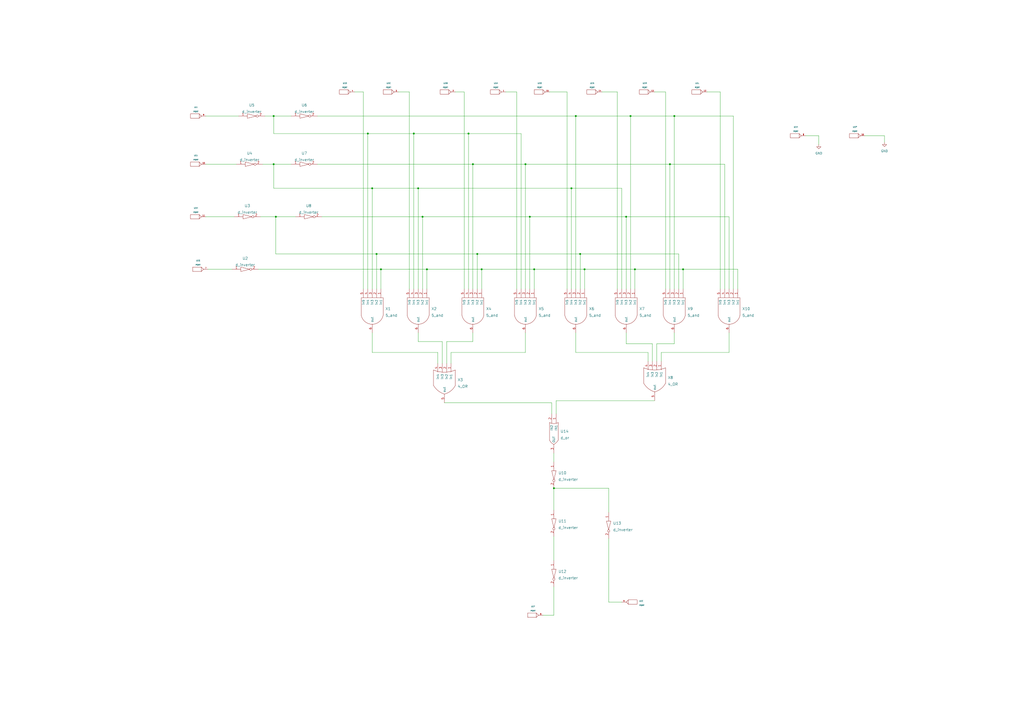
<source format=kicad_sch>
(kicad_sch (version 20211123) (generator eeschema)
  (paper "A2")
  (lib_symbols
    (symbol "eSim_Digital:d_inverter" (pin_names (offset 1.016))
      (property "Reference" "U" (at 0 -2.54 0))
      (property "Value" "d_inverter" (at 0 3.81 0))
      (symbol "d_inverter_0_1"
        (polyline (pts (xy -2.54 1.27) (xy -2.54 -1.27) (xy 2.54 0) (xy -2.54 1.27)))
      )
      (symbol "d_inverter_1_1"
        (pin input line (at -7.62 0 0) (length 5.08) (name "~") (number "1"))
        (pin output inverted (at 7.62 0 180) (length 5.08) (name "~") (number "2"))
      )
    )
    (symbol "eSim_Digital:d_or" (pin_names (offset 1.016))
      (property "Reference" "U" (at 0 0 0))
      (property "Value" "d_or" (at 0 2.54 0))
      (symbol "d_or_0_1"
        (arc (start -6.35 -1.27) (mid -5.7504 1.27) (end -6.35 3.81))
        (polyline (pts (xy -6.35 -1.27) (xy 3.81 -1.27)))
        (polyline (pts (xy -6.35 3.81) (xy 3.81 3.81)))
        (arc (start 3.81 -1.27) (mid 5.3181 -0.2399) (end 6.35 1.27))
        (arc (start 6.35 1.27) (mid 5.2222 2.6828) (end 3.81 3.81))
      )
      (symbol "d_or_1_1"
        (pin input line (at -11.43 2.54 0) (length 5.461) (name "IN1") (number "1"))
        (pin input line (at -11.43 0 0) (length 5.461) (name "IN2") (number "2"))
        (pin output line (at 11.43 1.27 180) (length 5.08) (name "OUT") (number "3"))
      )
    )
    (symbol "eSim_Miscellaneous:PORT" (pin_names (offset 1.016))
      (property "Reference" "U" (at 1.27 2.54 0))
      (property "Value" "PORT" (at 0 0 0))
      (symbol "PORT_0_1"
        (rectangle (start -2.54 1.27) (end 2.54 -1.27))
        (arc (start 2.54 1.27) (mid 3.1355 0.5955) (end 3.81 0))
        (arc (start 3.81 0) (mid 3.1447 -0.6046) (end 2.54 -1.27))
      )
      (symbol "PORT_1_1"
        (pin bidirectional line (at 6.35 0 180) (length 2.54) (name "~") (number "1"))
      )
      (symbol "PORT_2_1"
        (pin bidirectional line (at 6.35 0 180) (length 2.54) (name "~") (number "2"))
      )
      (symbol "PORT_3_1"
        (pin bidirectional line (at 6.35 0 180) (length 2.54) (name "~") (number "3"))
      )
      (symbol "PORT_4_1"
        (pin bidirectional line (at 6.35 0 180) (length 2.54) (name "~") (number "4"))
      )
      (symbol "PORT_5_1"
        (pin bidirectional line (at 6.35 0 180) (length 2.54) (name "~") (number "5"))
      )
      (symbol "PORT_6_1"
        (pin bidirectional line (at 6.35 0 180) (length 2.54) (name "~") (number "6"))
      )
      (symbol "PORT_7_1"
        (pin bidirectional line (at 6.35 0 180) (length 2.54) (name "~") (number "7"))
      )
      (symbol "PORT_8_1"
        (pin bidirectional line (at 6.35 0 180) (length 2.54) (name "~") (number "8"))
      )
      (symbol "PORT_9_1"
        (pin bidirectional line (at 6.35 0 180) (length 2.54) (name "~") (number "9"))
      )
      (symbol "PORT_10_1"
        (pin bidirectional line (at 6.35 0 180) (length 2.54) (name "~") (number "10"))
      )
      (symbol "PORT_11_1"
        (pin bidirectional line (at 6.35 0 180) (length 2.54) (name "~") (number "11"))
      )
      (symbol "PORT_12_1"
        (pin bidirectional line (at 6.35 0 180) (length 2.54) (name "~") (number "12"))
      )
      (symbol "PORT_13_1"
        (pin bidirectional line (at 6.35 0 180) (length 2.54) (name "~") (number "13"))
      )
      (symbol "PORT_14_1"
        (pin bidirectional line (at 6.35 0 180) (length 2.54) (name "~") (number "14"))
      )
      (symbol "PORT_15_1"
        (pin bidirectional line (at 6.35 0 180) (length 2.54) (name "~") (number "15"))
      )
      (symbol "PORT_16_1"
        (pin bidirectional line (at 6.35 0 180) (length 2.54) (name "~") (number "16"))
      )
      (symbol "PORT_17_1"
        (pin bidirectional line (at 6.35 0 180) (length 2.54) (name "~") (number "17"))
      )
      (symbol "PORT_18_1"
        (pin bidirectional line (at 6.35 0 180) (length 2.54) (name "~") (number "18"))
      )
      (symbol "PORT_19_1"
        (pin bidirectional line (at 6.35 0 180) (length 2.54) (name "~") (number "19"))
      )
      (symbol "PORT_20_1"
        (pin bidirectional line (at 6.35 0 180) (length 2.54) (name "~") (number "20"))
      )
      (symbol "PORT_21_1"
        (pin bidirectional line (at 6.35 0 180) (length 2.54) (name "~") (number "21"))
      )
      (symbol "PORT_22_1"
        (pin bidirectional line (at 6.35 0 180) (length 2.54) (name "~") (number "22"))
      )
      (symbol "PORT_23_1"
        (pin bidirectional line (at 6.35 0 180) (length 2.54) (name "~") (number "23"))
      )
      (symbol "PORT_24_1"
        (pin bidirectional line (at 6.35 0 180) (length 2.54) (name "~") (number "24"))
      )
      (symbol "PORT_25_1"
        (pin bidirectional line (at 6.35 0 180) (length 2.54) (name "~") (number "25"))
      )
      (symbol "PORT_26_1"
        (pin bidirectional line (at 6.35 0 180) (length 2.54) (name "~") (number "26"))
      )
    )
    (symbol "eSim_Power:eSim_GND" (power) (pin_names (offset 0))
      (property "Value" "eSim_GND" (at 0 -3.81 0))
      (symbol "eSim_GND_0_1"
        (polyline (pts (xy 0 0) (xy 0 -1.27) (xy 1.27 -1.27) (xy 0 -2.54) (xy -1.27 -1.27) (xy 0 -1.27)))
      )
      (symbol "eSim_GND_1_1"
        (pin power_in line (at 0 0 270) (length 0) hide (name "GND") (number "1"))
      )
    )
    (symbol "eSim_Subckt:4_OR" (pin_names (offset 1.016))
      (property "Reference" "X" (at 3.81 -2.54 0))
      (property "Value" "4_OR" (at 3.81 2.54 0))
      (symbol "4_OR_0_1"
        (arc (start -5.08 -6.35) (mid -3.81 0) (end -5.08 6.35))
        (polyline (pts (xy -5.08 -6.35) (xy 3.81 -6.35)))
        (polyline (pts (xy -5.08 6.35) (xy 3.81 6.35)))
        (arc (start 3.81 -6.35) (mid 6.9463 -3.651) (end 8.89 0))
        (arc (start 8.89 0) (mid 7.0265 3.7162) (end 3.81 6.35))
      )
      (symbol "4_OR_1_1"
        (pin input line (at -8.89 3.81 0) (length 5.08) (name "in1") (number "1"))
        (pin input line (at -8.89 1.27 0) (length 5.08) (name "in2") (number "2"))
        (pin input line (at -8.89 -1.27 0) (length 5.08) (name "in3") (number "3"))
        (pin input line (at -8.89 -3.81 0) (length 5.08) (name "in4") (number "4"))
        (pin output line (at 13.97 0 180) (length 5.08) (name "out") (number "5"))
      )
    )
    (symbol "eSim_Subckt:5_and" (pin_names (offset 1.016))
      (property "Reference" "X" (at 1.27 -2.54 0))
      (property "Value" "5_and" (at 2.54 3.81 0))
      (symbol "5_and_0_1"
        (polyline (pts (xy -6.35 6.35) (xy 3.81 6.35)))
        (polyline (pts (xy -6.35 6.35) (xy -6.35 -6.35) (xy 3.81 -6.35)))
        (arc (start 3.81 -6.35) (mid 9.0158 0) (end 3.81 6.35))
      )
      (symbol "5_and_1_1"
        (pin input line (at -11.43 5.08 0) (length 5.08) (name "in1") (number "1"))
        (pin input line (at -11.43 2.54 0) (length 5.08) (name "in2") (number "2"))
        (pin input line (at -11.43 0 0) (length 5.08) (name "in3") (number "3"))
        (pin input line (at -11.43 -2.54 0) (length 5.08) (name "in4") (number "4"))
        (pin input line (at -11.43 -5.08 0) (length 5.08) (name "in5") (number "5"))
        (pin output line (at 13.97 0 180) (length 5.08) (name "out") (number "6"))
      )
    )
  )
  (junction (at 276.86 147.32))
  (junction (at 158.75 67.31))
  (junction (at 365.76 67.31))
  (junction (at 215.9 109.22))
  (junction (at 309.88 156.21))
  (junction (at 391.16 67.31))
  (junction (at 368.3 156.21))
  (junction (at 274.32 95.25))
  (junction (at 388.62 95.25))
  (junction (at 218.44 147.32))
  (junction (at 242.57 109.22))
  (junction (at 336.55 147.32))
  (junction (at 213.36 77.47))
  (junction (at 334.01 67.31))
  (junction (at 363.22 125.73))
  (junction (at 279.4 156.21))
  (junction (at 307.34 125.73))
  (junction (at 396.24 156.21))
  (junction (at 245.11 125.73))
  (junction (at 331.47 109.22))
  (junction (at 247.65 156.21))
  (junction (at 321.31 283.21))
  (junction (at 304.8 95.25))
  (junction (at 240.03 77.47))
  (junction (at 271.78 77.47))
  (junction (at 339.09 156.21))
  (junction (at 158.75 95.25))
  (junction (at 220.98 156.21))
  (junction (at 160.02 125.73))
  (wire (pts (xy 119.38 125.73) (xy 135.89 125.73)))
  (wire (pts (xy 378.46 209.55) (xy 378.46 199.39)))
  (wire (pts (xy 321.31 311.15) (xy 321.31 325.12)))
  (wire (pts (xy 425.45 67.31) (xy 425.45 167.64)))
  (wire (pts (xy 213.36 77.47) (xy 213.36 167.64)))
  (wire (pts (xy 152.4 95.25) (xy 158.75 95.25)))
  (wire (pts (xy 393.7 167.64) (xy 393.7 147.32)))
  (wire (pts (xy 375.92 204.47) (xy 334.01 204.47)))
  (wire (pts (xy 215.9 204.47) (xy 215.9 193.04)))
  (wire (pts (xy 339.09 156.21) (xy 368.3 156.21)))
  (wire (pts (xy 358.14 53.34) (xy 358.14 167.64)))
  (wire (pts (xy 119.38 95.25) (xy 137.16 95.25)))
  (wire (pts (xy 240.03 77.47) (xy 213.36 77.47)))
  (wire (pts (xy 383.54 204.47) (xy 422.91 204.47)))
  (wire (pts (xy 422.91 204.47) (xy 422.91 193.04)))
  (wire (pts (xy 363.22 193.04) (xy 363.22 199.39)))
  (wire (pts (xy 256.54 198.12) (xy 242.57 198.12)))
  (wire (pts (xy 186.69 125.73) (xy 245.11 125.73)))
  (wire (pts (xy 378.46 199.39) (xy 363.22 199.39)))
  (wire (pts (xy 321.31 283.21) (xy 353.06 283.21)))
  (wire (pts (xy 474.98 83.82) (xy 474.98 78.74)))
  (wire (pts (xy 242.57 109.22) (xy 242.57 167.64)))
  (wire (pts (xy 321.31 283.21) (xy 321.31 295.91)))
  (wire (pts (xy 274.32 198.12) (xy 274.32 193.04)))
  (wire (pts (xy 119.38 67.31) (xy 138.43 67.31)))
  (wire (pts (xy 396.24 156.21) (xy 427.99 156.21)))
  (wire (pts (xy 302.26 77.47) (xy 271.78 77.47)))
  (wire (pts (xy 215.9 109.22) (xy 215.9 167.64)))
  (wire (pts (xy 379.73 232.41) (xy 322.58 232.41)))
  (wire (pts (xy 205.74 53.34) (xy 210.82 53.34)))
  (wire (pts (xy 210.82 53.34) (xy 210.82 167.64)))
  (wire (pts (xy 184.15 67.31) (xy 334.01 67.31)))
  (wire (pts (xy 213.36 77.47) (xy 158.75 77.47)))
  (wire (pts (xy 307.34 125.73) (xy 307.34 167.64)))
  (wire (pts (xy 274.32 95.25) (xy 304.8 95.25)))
  (wire (pts (xy 363.22 125.73) (xy 422.91 125.73)))
  (wire (pts (xy 368.3 156.21) (xy 368.3 167.64)))
  (wire (pts (xy 513.08 78.74) (xy 501.65 78.74)))
  (wire (pts (xy 220.98 156.21) (xy 220.98 167.64)))
  (wire (pts (xy 245.11 125.73) (xy 307.34 125.73)))
  (wire (pts (xy 321.31 262.89) (xy 321.31 267.97)))
  (wire (pts (xy 320.04 240.03) (xy 320.04 233.68)))
  (wire (pts (xy 360.68 109.22) (xy 331.47 109.22)))
  (wire (pts (xy 318.77 53.34) (xy 328.93 53.34)))
  (wire (pts (xy 259.08 198.12) (xy 274.32 198.12)))
  (wire (pts (xy 237.49 53.34) (xy 237.49 167.64)))
  (wire (pts (xy 160.02 125.73) (xy 171.45 125.73)))
  (wire (pts (xy 381 199.39) (xy 391.16 199.39)))
  (wire (pts (xy 393.7 147.32) (xy 336.55 147.32)))
  (wire (pts (xy 379.73 53.34) (xy 386.08 53.34)))
  (wire (pts (xy 383.54 209.55) (xy 383.54 204.47)))
  (wire (pts (xy 309.88 156.21) (xy 309.88 167.64)))
  (wire (pts (xy 279.4 156.21) (xy 279.4 167.64)))
  (wire (pts (xy 242.57 109.22) (xy 215.9 109.22)))
  (wire (pts (xy 391.16 67.31) (xy 425.45 67.31)))
  (wire (pts (xy 274.32 95.25) (xy 274.32 167.64)))
  (wire (pts (xy 271.78 77.47) (xy 271.78 167.64)))
  (wire (pts (xy 184.15 95.25) (xy 274.32 95.25)))
  (wire (pts (xy 158.75 109.22) (xy 158.75 95.25)))
  (wire (pts (xy 375.92 209.55) (xy 375.92 204.47)))
  (wire (pts (xy 322.58 232.41) (xy 322.58 240.03)))
  (wire (pts (xy 334.01 67.31) (xy 365.76 67.31)))
  (wire (pts (xy 365.76 67.31) (xy 391.16 67.31)))
  (wire (pts (xy 149.86 156.21) (xy 220.98 156.21)))
  (wire (pts (xy 254 210.82) (xy 254 204.47)))
  (wire (pts (xy 336.55 147.32) (xy 276.86 147.32)))
  (wire (pts (xy 391.16 199.39) (xy 391.16 193.04)))
  (wire (pts (xy 254 204.47) (xy 215.9 204.47)))
  (wire (pts (xy 158.75 95.25) (xy 168.91 95.25)))
  (wire (pts (xy 396.24 156.21) (xy 396.24 167.64)))
  (wire (pts (xy 245.11 125.73) (xy 245.11 167.64)))
  (wire (pts (xy 158.75 77.47) (xy 158.75 67.31)))
  (wire (pts (xy 160.02 125.73) (xy 151.13 125.73)))
  (wire (pts (xy 304.8 95.25) (xy 304.8 167.64)))
  (wire (pts (xy 158.75 67.31) (xy 168.91 67.31)))
  (wire (pts (xy 307.34 125.73) (xy 363.22 125.73)))
  (wire (pts (xy 474.98 78.74) (xy 467.36 78.74)))
  (wire (pts (xy 420.37 95.25) (xy 420.37 167.64)))
  (wire (pts (xy 153.67 67.31) (xy 158.75 67.31)))
  (wire (pts (xy 276.86 147.32) (xy 276.86 167.64)))
  (wire (pts (xy 293.37 53.34) (xy 299.72 53.34)))
  (wire (pts (xy 231.14 53.34) (xy 237.49 53.34)))
  (wire (pts (xy 276.86 147.32) (xy 218.44 147.32)))
  (wire (pts (xy 427.99 167.64) (xy 427.99 156.21)))
  (wire (pts (xy 261.62 204.47) (xy 304.8 204.47)))
  (wire (pts (xy 279.4 156.21) (xy 309.88 156.21)))
  (wire (pts (xy 215.9 109.22) (xy 158.75 109.22)))
  (wire (pts (xy 336.55 147.32) (xy 336.55 167.64)))
  (wire (pts (xy 304.8 95.25) (xy 388.62 95.25)))
  (wire (pts (xy 320.04 233.68) (xy 257.81 233.68)))
  (wire (pts (xy 410.21 53.34) (xy 417.83 53.34)))
  (wire (pts (xy 388.62 95.25) (xy 420.37 95.25)))
  (wire (pts (xy 240.03 77.47) (xy 240.03 167.64)))
  (wire (pts (xy 309.88 156.21) (xy 339.09 156.21)))
  (wire (pts (xy 353.06 283.21) (xy 353.06 297.18)))
  (wire (pts (xy 120.65 156.21) (xy 134.62 156.21)))
  (wire (pts (xy 339.09 156.21) (xy 339.09 167.64)))
  (wire (pts (xy 353.06 312.42) (xy 353.06 349.25)))
  (wire (pts (xy 349.25 53.34) (xy 358.14 53.34)))
  (wire (pts (xy 368.3 156.21) (xy 396.24 156.21)))
  (wire (pts (xy 386.08 53.34) (xy 386.08 167.64)))
  (wire (pts (xy 381 209.55) (xy 381 199.39)))
  (wire (pts (xy 160.02 147.32) (xy 160.02 125.73)))
  (wire (pts (xy 321.31 356.87) (xy 314.96 356.87)))
  (wire (pts (xy 363.22 125.73) (xy 363.22 167.64)))
  (wire (pts (xy 247.65 156.21) (xy 247.65 167.64)))
  (wire (pts (xy 264.16 53.34) (xy 269.24 53.34)))
  (wire (pts (xy 259.08 210.82) (xy 259.08 198.12)))
  (wire (pts (xy 218.44 147.32) (xy 160.02 147.32)))
  (wire (pts (xy 304.8 193.04) (xy 304.8 204.47)))
  (wire (pts (xy 261.62 210.82) (xy 261.62 204.47)))
  (wire (pts (xy 220.98 156.21) (xy 247.65 156.21)))
  (wire (pts (xy 331.47 109.22) (xy 331.47 167.64)))
  (wire (pts (xy 353.06 349.25) (xy 360.68 349.25)))
  (wire (pts (xy 417.83 53.34) (xy 417.83 167.64)))
  (wire (pts (xy 331.47 109.22) (xy 242.57 109.22)))
  (wire (pts (xy 513.08 82.55) (xy 513.08 78.74)))
  (wire (pts (xy 271.78 77.47) (xy 240.03 77.47)))
  (wire (pts (xy 247.65 156.21) (xy 279.4 156.21)))
  (wire (pts (xy 242.57 198.12) (xy 242.57 193.04)))
  (wire (pts (xy 422.91 125.73) (xy 422.91 167.64)))
  (wire (pts (xy 256.54 210.82) (xy 256.54 198.12)))
  (wire (pts (xy 388.62 95.25) (xy 388.62 167.64)))
  (wire (pts (xy 321.31 340.36) (xy 321.31 356.87)))
  (wire (pts (xy 360.68 167.64) (xy 360.68 109.22)))
  (wire (pts (xy 334.01 67.31) (xy 334.01 167.64)))
  (wire (pts (xy 328.93 53.34) (xy 328.93 167.64)))
  (wire (pts (xy 269.24 53.34) (xy 269.24 167.64)))
  (wire (pts (xy 299.72 53.34) (xy 299.72 167.64)))
  (wire (pts (xy 391.16 67.31) (xy 391.16 167.64)))
  (wire (pts (xy 302.26 167.64) (xy 302.26 77.47)))
  (wire (pts (xy 365.76 67.31) (xy 365.76 167.64)))
  (wire (pts (xy 334.01 204.47) (xy 334.01 193.04)))
  (wire (pts (xy 218.44 147.32) (xy 218.44 167.64)))
  (symbol (lib_id "eSim_Power:eSim_GND") (at 513.08 82.55 0) (unit 1)
    (property "Reference" "#PWR02" (effects hide))
    (property "Value" "eSim_GND" (at 513.08 87.63 0))
  )
  (symbol (lib_id "eSim_Subckt:5_and") (at 391.16 179.07 270) (unit 1)
    (property "Reference" "X9" (at 398.78 179.1329 90) (effects (font (size 1.524 1.524)) (justify left)))
    (property "Value" "5_and" (at 398.78 182.9429 90) (effects (font (size 1.524 1.524)) (justify left)))
  )
  (symbol (lib_id "eSim_Miscellaneous:PORT") (at 114.3 156.21 0) (unit 7)
    (property "Reference" "U1" (at 114.935 151.13 0) (effects (font (size 0.762 0.762))))
    (property "Value" "PORT" (at 114.935 153.67 0) (effects (font (size 0.762 0.762))))
  )
  (symbol (lib_id "eSim_Miscellaneous:PORT") (at 342.9 53.34 0) (unit 14)
    (property "Reference" "U1" (at 343.535 48.26 0) (effects (font (size 0.762 0.762))))
    (property "Value" "PORT" (at 343.535 50.8 0) (effects (font (size 0.762 0.762))))
  )
  (symbol (lib_id "eSim_Digital:d_inverter") (at 321.31 275.59 270) (unit 1)
    (property "Reference" "U10" (at 323.85 274.32 90) (effects (font (size 1.524 1.524)) (justify left)))
    (property "Value" "d_inverter" (at 323.85 278.13 90) (effects (font (size 1.524 1.524)) (justify left)))
  )
  (symbol (lib_id "eSim_Subckt:5_and") (at 304.8 179.07 270) (unit 1)
    (property "Reference" "X5" (at 312.42 179.1329 90) (effects (font (size 1.524 1.524)) (justify left)))
    (property "Value" "5_and" (at 312.42 182.9429 90) (effects (font (size 1.524 1.524)) (justify left)))
  )
  (symbol (lib_id "eSim_Subckt:4_OR") (at 257.81 219.71 270) (unit 1)
    (property "Reference" "X3" (at 265.43 220.345 90) (effects (font (size 1.524 1.524)) (justify left)))
    (property "Value" "4_OR" (at 265.43 224.155 90) (effects (font (size 1.524 1.524)) (justify left)))
  )
  (symbol (lib_id "eSim_Power:eSim_GND") (at 474.98 83.82 0) (unit 1)
    (property "Reference" "#PWR01" (effects hide))
    (property "Value" "eSim_GND" (at 474.98 88.9 0))
  )
  (symbol (lib_id "eSim_Miscellaneous:PORT") (at 495.3 78.74 0) (unit 16)
    (property "Reference" "U1" (at 495.935 73.66 0) (effects (font (size 0.762 0.762))))
    (property "Value" "PORT" (at 495.935 76.2 0) (effects (font (size 0.762 0.762))))
  )
  (symbol (lib_id "eSim_Subckt:4_OR") (at 379.73 218.44 270) (unit 1)
    (property "Reference" "X8" (at 387.35 219.075 90) (effects (font (size 1.524 1.524)) (justify left)))
    (property "Value" "4_OR" (at 387.35 222.885 90) (effects (font (size 1.524 1.524)) (justify left)))
  )
  (symbol (lib_id "eSim_Miscellaneous:PORT") (at 403.86 53.34 0) (unit 12)
    (property "Reference" "U1" (at 404.495 48.26 0) (effects (font (size 0.762 0.762))))
    (property "Value" "PORT" (at 404.495 50.8 0) (effects (font (size 0.762 0.762))))
  )
  (symbol (lib_id "eSim_Digital:d_inverter") (at 176.53 95.25 0) (unit 1)
    (property "Reference" "U7" (at 176.53 88.9 0) (effects (font (size 1.524 1.524))))
    (property "Value" "d_inverter" (at 176.53 92.71 0) (effects (font (size 1.524 1.524))))
  )
  (symbol (lib_id "eSim_Digital:d_inverter") (at 321.31 332.74 270) (unit 1)
    (property "Reference" "U12" (at 323.85 331.47 90) (effects (font (size 1.524 1.524)) (justify left)))
    (property "Value" "d_inverter" (at 323.85 335.28 90) (effects (font (size 1.524 1.524)) (justify left)))
  )
  (symbol (lib_id "eSim_Digital:d_inverter") (at 176.53 67.31 0) (unit 1)
    (property "Reference" "U6" (at 176.53 60.96 0) (effects (font (size 1.524 1.524))))
    (property "Value" "d_inverter" (at 176.53 64.77 0) (effects (font (size 1.524 1.524))))
  )
  (symbol (lib_id "eSim_Digital:d_inverter") (at 144.78 95.25 0) (unit 1)
    (property "Reference" "U4" (at 144.78 88.9 0) (effects (font (size 1.524 1.524))))
    (property "Value" "d_inverter" (at 144.78 92.71 0) (effects (font (size 1.524 1.524))))
  )
  (symbol (lib_id "eSim_Digital:d_inverter") (at 146.05 67.31 0) (unit 1)
    (property "Reference" "U5" (at 146.05 60.96 0) (effects (font (size 1.524 1.524))))
    (property "Value" "d_inverter" (at 146.05 64.77 0) (effects (font (size 1.524 1.524))))
  )
  (symbol (lib_id "eSim_Miscellaneous:PORT") (at 257.81 53.34 0) (unit 2)
    (property "Reference" "U1" (at 258.445 48.26 0) (effects (font (size 0.762 0.762))))
    (property "Value" "PORT" (at 258.445 50.8 0) (effects (font (size 0.762 0.762))))
  )
  (symbol (lib_id "eSim_Subckt:5_and") (at 274.32 179.07 270) (unit 1)
    (property "Reference" "X4" (at 281.94 179.1329 90) (effects (font (size 1.524 1.524)) (justify left)))
    (property "Value" "5_and" (at 281.94 182.9429 90) (effects (font (size 1.524 1.524)) (justify left)))
  )
  (symbol (lib_id "eSim_Miscellaneous:PORT") (at 312.42 53.34 0) (unit 15)
    (property "Reference" "U1" (at 313.055 48.26 0) (effects (font (size 0.762 0.762))))
    (property "Value" "PORT" (at 313.055 50.8 0) (effects (font (size 0.762 0.762))))
  )
  (symbol (lib_id "eSim_Subckt:5_and") (at 422.91 179.07 270) (unit 1)
    (property "Reference" "X10" (at 430.53 179.1329 90) (effects (font (size 1.524 1.524)) (justify left)))
    (property "Value" "5_and" (at 430.53 182.9429 90) (effects (font (size 1.524 1.524)) (justify left)))
  )
  (symbol (lib_id "eSim_Miscellaneous:PORT") (at 287.02 53.34 0) (unit 1)
    (property "Reference" "U1" (at 287.655 48.26 0) (effects (font (size 0.762 0.762))))
    (property "Value" "PORT" (at 287.655 50.8 0) (effects (font (size 0.762 0.762))))
  )
  (symbol (lib_id "eSim_Subckt:5_and") (at 215.9 179.07 270) (unit 1)
    (property "Reference" "X1" (at 223.52 179.1329 90) (effects (font (size 1.524 1.524)) (justify left)))
    (property "Value" "5_and" (at 223.52 182.9429 90) (effects (font (size 1.524 1.524)) (justify left)))
  )
  (symbol (lib_id "eSim_Miscellaneous:PORT") (at 224.79 53.34 0) (unit 3)
    (property "Reference" "U1" (at 225.425 48.26 0) (effects (font (size 0.762 0.762))))
    (property "Value" "PORT" (at 225.425 50.8 0) (effects (font (size 0.762 0.762))))
  )
  (symbol (lib_id "eSim_Digital:d_inverter") (at 179.07 125.73 0) (unit 1)
    (property "Reference" "U8" (at 179.07 119.38 0) (effects (font (size 1.524 1.524))))
    (property "Value" "d_inverter" (at 179.07 123.19 0) (effects (font (size 1.524 1.524))))
  )
  (symbol (lib_id "eSim_Subckt:5_and") (at 242.57 179.07 270) (unit 1)
    (property "Reference" "X2" (at 250.19 179.1329 90) (effects (font (size 1.524 1.524)) (justify left)))
    (property "Value" "5_and" (at 250.19 182.9429 90) (effects (font (size 1.524 1.524)) (justify left)))
  )
  (symbol (lib_id "eSim_Miscellaneous:PORT") (at 113.03 125.73 0) (unit 11)
    (property "Reference" "U1" (at 113.665 120.65 0) (effects (font (size 0.762 0.762))))
    (property "Value" "PORT" (at 113.665 123.19 0) (effects (font (size 0.762 0.762))))
  )
  (symbol (lib_id "eSim_Miscellaneous:PORT") (at 461.01 78.74 0) (unit 8)
    (property "Reference" "U1" (at 461.645 73.66 0) (effects (font (size 0.762 0.762))))
    (property "Value" "PORT" (at 461.645 76.2 0) (effects (font (size 0.762 0.762))))
  )
  (symbol (lib_id "eSim_Digital:d_inverter") (at 321.31 303.53 270) (unit 1)
    (property "Reference" "U11" (at 323.85 302.26 90) (effects (font (size 1.524 1.524)) (justify left)))
    (property "Value" "d_inverter" (at 323.85 306.07 90) (effects (font (size 1.524 1.524)) (justify left)))
  )
  (symbol (lib_id "eSim_Miscellaneous:PORT") (at 373.38 53.34 0) (unit 13)
    (property "Reference" "U1" (at 374.015 48.26 0) (effects (font (size 0.762 0.762))))
    (property "Value" "PORT" (at 374.015 50.8 0) (effects (font (size 0.762 0.762))))
  )
  (symbol (lib_id "eSim_Digital:d_inverter") (at 143.51 125.73 0) (unit 1)
    (property "Reference" "U3" (at 143.51 119.38 0) (effects (font (size 1.524 1.524))))
    (property "Value" "d_inverter" (at 143.51 123.19 0) (effects (font (size 1.524 1.524))))
  )
  (symbol (lib_id "eSim_Subckt:5_and") (at 363.22 179.07 270) (unit 1)
    (property "Reference" "X7" (at 370.84 179.1329 90) (effects (font (size 1.524 1.524)) (justify left)))
    (property "Value" "5_and" (at 370.84 182.9429 90) (effects (font (size 1.524 1.524)) (justify left)))
  )
  (symbol (lib_id "eSim_Digital:d_inverter") (at 353.06 304.8 270) (unit 1)
    (property "Reference" "U13" (at 355.6 303.53 90) (effects (font (size 1.524 1.524)) (justify left)))
    (property "Value" "d_inverter" (at 355.6 307.34 90) (effects (font (size 1.524 1.524)) (justify left)))
  )
  (symbol (lib_id "eSim_Miscellaneous:PORT") (at 113.03 67.31 0) (unit 9)
    (property "Reference" "U1" (at 113.665 62.23 0) (effects (font (size 0.762 0.762))))
    (property "Value" "PORT" (at 113.665 64.77 0) (effects (font (size 0.762 0.762))))
  )
  (symbol (lib_id "eSim_Digital:d_inverter") (at 142.24 156.21 0) (unit 1)
    (property "Reference" "U2" (at 142.24 149.86 0) (effects (font (size 1.524 1.524))))
    (property "Value" "d_inverter" (at 142.24 153.67 0) (effects (font (size 1.524 1.524))))
  )
  (symbol (lib_id "eSim_Subckt:5_and") (at 334.01 179.07 270) (unit 1)
    (property "Reference" "X6" (at 341.63 179.1329 90) (effects (font (size 1.524 1.524)) (justify left)))
    (property "Value" "5_and" (at 341.63 182.9429 90) (effects (font (size 1.524 1.524)) (justify left)))
  )
  (symbol (lib_id "eSim_Miscellaneous:PORT") (at 113.03 95.25 0) (unit 10)
    (property "Reference" "U1" (at 113.665 90.17 0) (effects (font (size 0.762 0.762))))
    (property "Value" "PORT" (at 113.665 92.71 0) (effects (font (size 0.762 0.762))))
  )
  (symbol (lib_id "eSim_Digital:d_or") (at 320.04 251.46 270) (unit 1)
    (property "Reference" "U14" (at 325.12 250.19 90) (effects (font (size 1.524 1.524)) (justify left)))
    (property "Value" "d_or" (at 325.12 254 90) (effects (font (size 1.524 1.524)) (justify left)))
  )
  (symbol (lib_id "eSim_Miscellaneous:PORT") (at 199.39 53.34 0) (unit 4)
    (property "Reference" "U1" (at 200.025 48.26 0) (effects (font (size 0.762 0.762))))
    (property "Value" "PORT" (at 200.025 50.8 0) (effects (font (size 0.762 0.762))))
  )
  (symbol (lib_id "eSim_Miscellaneous:PORT") (at 308.61 356.87 0) (unit 6)
    (property "Reference" "U1" (at 309.245 351.79 0) (effects (font (size 0.762 0.762))))
    (property "Value" "PORT" (at 309.245 354.33 0) (effects (font (size 0.762 0.762))))
  )
  (symbol (lib_id "eSim_Miscellaneous:PORT") (at 367.03 349.25 180) (unit 5)
    (property "Reference" "U1" (at 370.84 348.615 0) (effects (font (size 0.762 0.762)) (justify right)))
    (property "Value" "PORT" (at 370.84 351.155 0) (effects (font (size 0.762 0.762)) (justify right)))
  )
)
</source>
